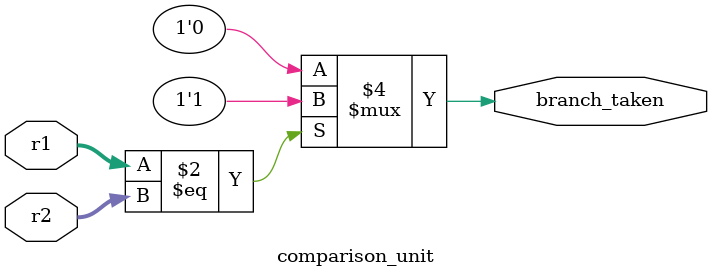
<source format=v>
`timescale 1ns / 1ps
module comparison_unit(
	input[31:0] r1,r2,
	output reg branch_taken
    );
	 always@(*)begin
		if(r1 == r2) branch_taken <= 1;
		else branch_taken <=0;
	
	 end
endmodule

</source>
